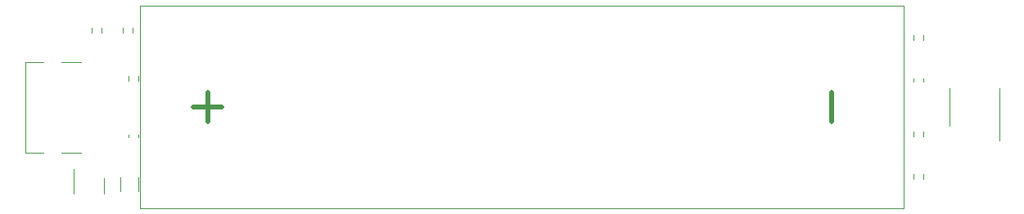
<source format=gbr>
%TF.GenerationSoftware,KiCad,Pcbnew,(6.0.0)*%
%TF.CreationDate,2022-06-19T19:27:42+02:00*%
%TF.ProjectId,PCBv2,50434276-322e-46b6-9963-61645f706362,rev?*%
%TF.SameCoordinates,Original*%
%TF.FileFunction,Legend,Bot*%
%TF.FilePolarity,Positive*%
%FSLAX46Y46*%
G04 Gerber Fmt 4.6, Leading zero omitted, Abs format (unit mm)*
G04 Created by KiCad (PCBNEW (6.0.0)) date 2022-06-19 19:27:42*
%MOMM*%
%LPD*%
G01*
G04 APERTURE LIST*
%ADD10C,0.120000*%
%ADD11C,0.500000*%
G04 APERTURE END LIST*
D10*
%TO.C,R5*%
X150522500Y-58545276D02*
X150522500Y-59054724D01*
X149477500Y-58545276D02*
X149477500Y-59054724D01*
%TO.C,J1*%
X63400000Y-51300000D02*
X61400000Y-51300000D01*
X63400000Y-60700000D02*
X61400000Y-60700000D01*
X57600000Y-60700000D02*
X57600000Y-51300000D01*
X59500000Y-60700000D02*
X57600000Y-60700000D01*
X59500000Y-51300000D02*
X57600000Y-51300000D01*
%TO.C,BT1*%
X148500000Y-66500000D02*
X148500000Y-45500000D01*
D11*
X75000000Y-56000000D02*
X78000000Y-56000000D01*
X141000000Y-57500000D02*
X141000000Y-54500000D01*
D10*
X69500000Y-66500000D02*
X148500000Y-66500000D01*
D11*
X76500000Y-57500000D02*
X76500000Y-54500000D01*
D10*
X148500000Y-45500000D02*
X69500000Y-45500000D01*
X69500000Y-45500000D02*
X69500000Y-66500000D01*
%TO.C,R1*%
X67677500Y-48254724D02*
X67677500Y-47745276D01*
X68722500Y-48254724D02*
X68722500Y-47745276D01*
%TO.C,R2*%
X68277500Y-53254724D02*
X68277500Y-52745276D01*
X69322500Y-53254724D02*
X69322500Y-52745276D01*
%TO.C,C3*%
X67490000Y-64711252D02*
X67490000Y-63288748D01*
X69310000Y-64711252D02*
X69310000Y-63288748D01*
%TO.C,C1*%
X149490000Y-53053733D02*
X149490000Y-53346267D01*
X150510000Y-53053733D02*
X150510000Y-53346267D01*
%TO.C,U2*%
X62640000Y-64200000D02*
X62640000Y-62400000D01*
X62640000Y-64200000D02*
X62640000Y-65000000D01*
X65760000Y-64200000D02*
X65760000Y-65000000D01*
X65760000Y-64200000D02*
X65760000Y-63400000D01*
%TO.C,U1*%
X153240000Y-56000000D02*
X153240000Y-54050000D01*
X158360000Y-56000000D02*
X158360000Y-54050000D01*
X158360000Y-56000000D02*
X158360000Y-59450000D01*
X153240000Y-56000000D02*
X153240000Y-57950000D01*
%TO.C,R6*%
X150522500Y-62945276D02*
X150522500Y-63454724D01*
X149477500Y-62945276D02*
X149477500Y-63454724D01*
%TO.C,C2*%
X68290000Y-59146267D02*
X68290000Y-58853733D01*
X69310000Y-59146267D02*
X69310000Y-58853733D01*
%TO.C,R3*%
X65522500Y-48254724D02*
X65522500Y-47745276D01*
X64477500Y-48254724D02*
X64477500Y-47745276D01*
%TO.C,R4*%
X149477500Y-48545276D02*
X149477500Y-49054724D01*
X150522500Y-48545276D02*
X150522500Y-49054724D01*
%TD*%
M02*

</source>
